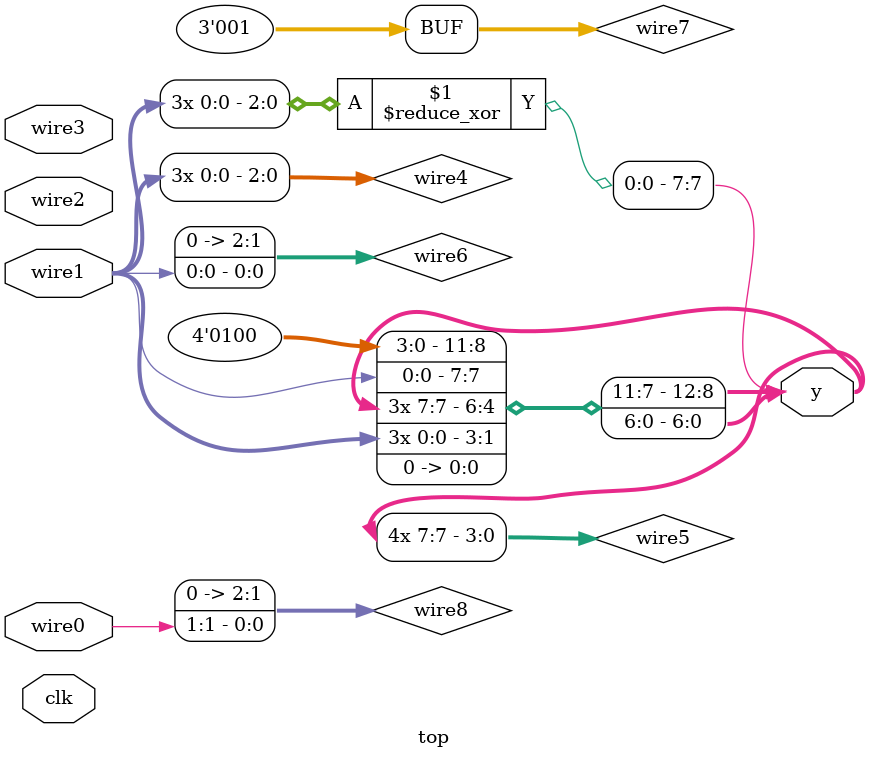
<source format=v>

(* tamara_triplicate *)
module top  (y, clk, wire3, wire2, wire1, wire0);
  output wire [(32'hc):(32'h0)] y;
  input wire [(1'h0):(1'h0)] clk;
  input wire signed [(2'h3):(1'h0)] wire3;
  input wire [(2'h2):(1'h0)] wire2;
  input wire [(2'h2):(1'h0)] wire1;
  input wire signed [(2'h2):(1'h0)] wire0;
  wire signed [(2'h2):(1'h0)] wire8;
  wire [(2'h2):(1'h0)] wire7;
  wire [(2'h2):(1'h0)] wire6;
  wire [(2'h3):(1'h0)] wire5;
  wire signed [(2'h2):(1'h0)] wire4;
  assign y = {wire8, wire7, wire6, wire5, wire4, (1'h0)};
  assign wire4 = $signed(wire1[(1'h0):(1'h0)]);
  assign wire5 = $signed((^wire4));
  assign wire6 = (+wire1[(1'h0):(1'h0)]);
  assign wire7 = (~&(8'h9e));
  assign wire8 = wire0[(1'h1):(1'h1)];
endmodule

</source>
